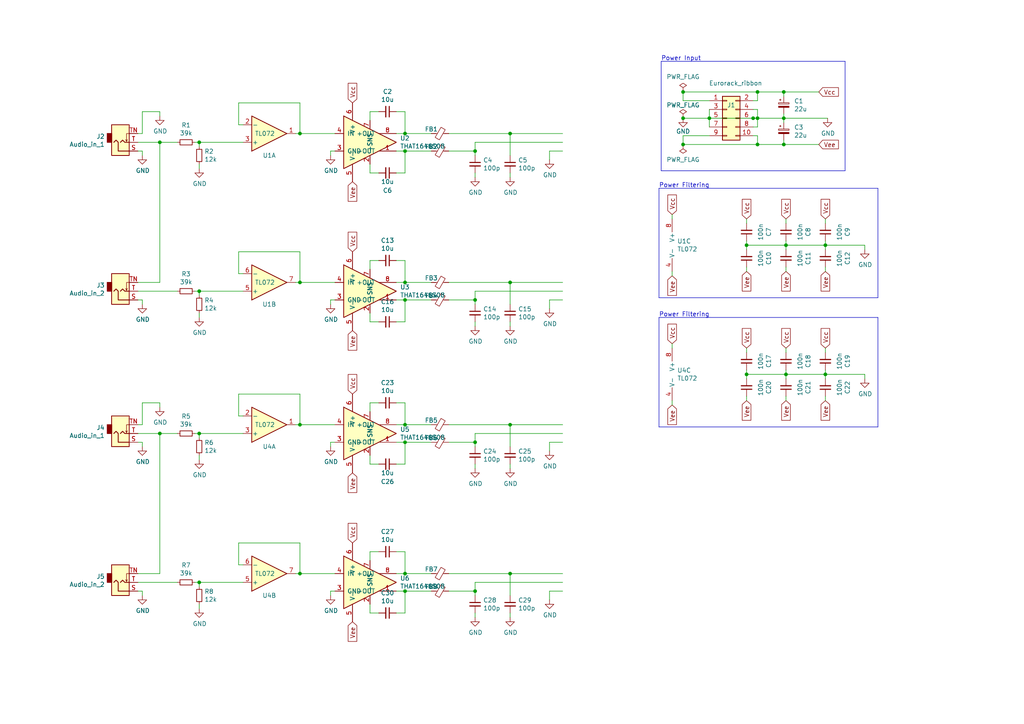
<source format=kicad_sch>
(kicad_sch (version 20230121) (generator eeschema)
  (paper "A4")
  (title_block (title "Eurorack powered stereo balanced output") (date "2020-05-21") (rev "0.1.2"))
  (lib_symbols
    (symbol "Amplifier_Operational:TL072" (pin_names (offset 0.127))
      (property "Reference" "U" (at 0 5.08 0))
      (property "Value" "TL072" (at 0 -5.08 0))
      (symbol "TL072_1_1"
        (polyline (pts (xy -5.08 5.08) (xy 5.08 0) (xy -5.08 -5.08) (xy -5.08 5.08)) (stroke (width 0.254)) (fill (type background)))
        (pin output line (at 7.62 0 180) (length 2.54) (name "~") (number "1"))
        (pin input line (at -7.62 -2.54 0) (length 2.54) (name "-") (number "2"))
        (pin input line (at -7.62 2.54 0) (length 2.54) (name "+") (number "3"))
      )
      (symbol "TL072_2_1"
        (polyline (pts (xy -5.08 5.08) (xy 5.08 0) (xy -5.08 -5.08) (xy -5.08 5.08)) (stroke (width 0.254)) (fill (type background)))
        (pin input line (at -7.62 2.54 0) (length 2.54) (name "+") (number "5"))
        (pin input line (at -7.62 -2.54 0) (length 2.54) (name "-") (number "6"))
        (pin output line (at 7.62 0 180) (length 2.54) (name "~") (number "7"))
      )
      (symbol "TL072_3_1"
        (pin power_in line (at -2.54 -7.62 90) (length 3.81) (name "V-") (number "4"))
        (pin power_in line (at -2.54 7.62 270) (length 3.81) (name "V+") (number "8"))
      )
    )
    (symbol "Connector_Generic:Conn_02x05_Odd_Even" (pin_names (offset 1.016) hide)
      (property "Reference" "J" (at 1.27 7.62 0))
      (property "Value" "Conn_02x05_Odd_Even" (at 1.27 -7.62 0))
      (symbol "Conn_02x05_Odd_Even_1_1"
        (rectangle (start -1.27 -4.953) (end 0 -5.207) (stroke (width 0.1524)))
        (rectangle (start -1.27 -2.413) (end 0 -2.667) (stroke (width 0.1524)))
        (rectangle (start -1.27 0.127) (end 0 -0.127) (stroke (width 0.1524)))
        (rectangle (start -1.27 2.667) (end 0 2.413) (stroke (width 0.1524)))
        (rectangle (start -1.27 5.207) (end 0 4.953) (stroke (width 0.1524)))
        (rectangle (start -1.27 6.35) (end 3.81 -6.35) (stroke (width 0.254)) (fill (type background)))
        (rectangle (start 3.81 -4.953) (end 2.54 -5.207) (stroke (width 0.1524)))
        (rectangle (start 3.81 -2.413) (end 2.54 -2.667) (stroke (width 0.1524)))
        (rectangle (start 3.81 0.127) (end 2.54 -0.127) (stroke (width 0.1524)))
        (rectangle (start 3.81 2.667) (end 2.54 2.413) (stroke (width 0.1524)))
        (rectangle (start 3.81 5.207) (end 2.54 4.953) (stroke (width 0.1524)))
        (pin passive line (at -5.08 5.08 0) (length 3.81) (name "Pin_1") (number "1"))
        (pin passive line (at 7.62 -5.08 180) (length 3.81) (name "Pin_10") (number "10"))
        (pin passive line (at 7.62 5.08 180) (length 3.81) (name "Pin_2") (number "2"))
        (pin passive line (at -5.08 2.54 0) (length 3.81) (name "Pin_3") (number "3"))
        (pin passive line (at 7.62 2.54 180) (length 3.81) (name "Pin_4") (number "4"))
        (pin passive line (at -5.08 0 0) (length 3.81) (name "Pin_5") (number "5"))
        (pin passive line (at 7.62 0 180) (length 3.81) (name "Pin_6") (number "6"))
        (pin passive line (at -5.08 -2.54 0) (length 3.81) (name "Pin_7") (number "7"))
        (pin passive line (at 7.62 -2.54 180) (length 3.81) (name "Pin_8") (number "8"))
        (pin passive line (at -5.08 -5.08 0) (length 3.81) (name "Pin_9") (number "9"))
      )
    )
    (symbol "Device:C_Small" (pin_numbers hide) (pin_names (offset 0.254) hide)
      (property "Reference" "C" (at 0.254 1.778 0))
      (property "Value" "C_Small" (at 0.254 -2.032 0))
      (symbol "C_Small_0_1"
        (polyline (pts (xy -1.524 -0.508) (xy 1.524 -0.508)) (stroke (width 0.3302)))
        (polyline (pts (xy -1.524 0.508) (xy 1.524 0.508)) (stroke (width 0.3048)))
      )
      (symbol "C_Small_1_1"
        (pin passive line (at 0 2.54 270) (length 2.032) (name "~") (number "1"))
        (pin passive line (at 0 -2.54 90) (length 2.032) (name "~") (number "2"))
      )
    )
    (symbol "Device:R_Small" (pin_numbers hide) (pin_names (offset 0.254) hide)
      (property "Reference" "R" (at 0.762 0.508 0))
      (property "Value" "R_Small" (at 0.762 -1.016 0))
      (symbol "R_Small_0_1"
        (rectangle (start -0.762 1.778) (end 0.762 -1.778) (stroke (width 0.2032)))
      )
      (symbol "R_Small_1_1"
        (pin passive line (at 0 2.54 270) (length 0.762) (name "~") (number "1"))
        (pin passive line (at 0 -2.54 90) (length 0.762) (name "~") (number "2"))
      )
    )
    (symbol "eurorack_balanced_out-rescue:AudioJack2_SwitchT-Connector"
      (property "Reference" "J" (at 0 8.89 0))
      (property "Value" "Connector_AudioJack2_SwitchT" (at 0 6.35 0))
      (symbol "AudioJack2_SwitchT-Connector_0_1"
        (rectangle (start -2.54 0) (end -3.81 -2.54) (stroke (width 0.254)) (fill (type outline)))
        (polyline (pts (xy 1.778 -0.254) (xy 2.032 -0.762)))
        (polyline (pts (xy 0 0) (xy 0.635 -0.635) (xy 1.27 0) (xy 2.54 0)) (stroke (width 0.254)))
        (polyline (pts (xy 2.54 -2.54) (xy 1.778 -2.54) (xy 1.778 -0.254) (xy 1.524 -0.762)))
        (polyline (pts (xy 2.54 2.54) (xy -0.635 2.54) (xy -0.635 0) (xy -1.27 -0.635) (xy -1.905 0)) (stroke (width 0.254)))
        (rectangle (start 2.54 3.81) (end -2.54 -5.08) (stroke (width 0.254)) (fill (type background)))
      )
      (symbol "AudioJack2_SwitchT-Connector_1_1"
        (pin passive line (at 5.08 2.54 180) (length 2.54) (name "~") (number "S"))
        (pin passive line (at 5.08 0 180) (length 2.54) (name "~") (number "T"))
        (pin passive line (at 5.08 -2.54 180) (length 2.54) (name "~") (number "TN"))
      )
    )
    (symbol "eurorack_balanced_out-rescue:CP_Small-Device" (pin_numbers hide) (pin_names (offset 0.254) hide)
      (property "Reference" "C" (at 0.254 1.778 0))
      (property "Value" "Device_CP_Small" (at 0.254 -2.032 0))
      (symbol "CP_Small-Device_0_1"
        (rectangle (start -1.524 -0.3048) (end 1.524 -0.6858) (fill (type outline)))
        (rectangle (start -1.524 0.6858) (end 1.524 0.3048))
        (polyline (pts (xy -1.27 1.524) (xy -0.762 1.524)))
        (polyline (pts (xy -1.016 1.27) (xy -1.016 1.778)))
      )
      (symbol "CP_Small-Device_1_1"
        (pin passive line (at 0 2.54 270) (length 1.8542) (name "~") (number "1"))
        (pin passive line (at 0 -2.54 90) (length 1.8542) (name "~") (number "2"))
      )
    )
    (symbol "eurorack_balanced_out-rescue:Ferrite_Bead_Small-Device" (pin_numbers hide) (pin_names (offset 0))
      (property "Reference" "FB" (at 1.905 1.27 0))
      (property "Value" "Device_Ferrite_Bead_Small" (at 1.905 -1.27 0))
      (symbol "Ferrite_Bead_Small-Device_0_1"
        (polyline (pts (xy 0 -1.27) (xy 0 -0.7874)))
        (polyline (pts (xy 0 0.889) (xy 0 1.2954)))
        (polyline (pts (xy -1.8288 0.2794) (xy -1.1176 1.4986) (xy 1.8288 -0.2032) (xy 1.1176 -1.4224) (xy -1.8288 0.2794)))
      )
      (symbol "Ferrite_Bead_Small-Device_1_1"
        (pin passive line (at 0 2.54 270) (length 1.27) (name "~") (number "1"))
        (pin passive line (at 0 -2.54 90) (length 1.27) (name "~") (number "2"))
      )
    )
    (symbol "eurorack_balanced_out-rescue:THAT1646S08-patchnut" (pin_names (offset 1.016))
      (property "Reference" "U" (at 3.81 -7.62 0))
      (property "Value" "patchnut_THAT1646S08" (at 8.89 -5.08 0))
      (symbol "THAT1646S08-patchnut_1_1"
        (polyline (pts (xy -7.62 7.62) (xy -7.62 -7.62) (xy 7.62 0) (xy -7.62 7.62)) (stroke (width 0.254)) (fill (type background)))
        (pin output line (at 7.62 -2.54 180) (length 5.08) (name "-OUT") (number "1"))
        (pin passive line (at 0 -6.35 90) (length 2.54) (name "-SNS") (number "2"))
        (pin input line (at -10.16 -2.54 0) (length 2.54) (name "GND") (number "3"))
        (pin input line (at -10.16 2.54 0) (length 2.54) (name "IN") (number "4"))
        (pin power_in line (at -5.08 -11.43 90) (length 5.08) (name "V-") (number "5"))
        (pin power_in line (at -5.08 11.43 270) (length 5.08) (name "V+") (number "6"))
        (pin passive line (at 0 6.35 270) (length 2.54) (name "+SNS") (number "7"))
        (pin output line (at 7.62 2.54 180) (length 5.08) (name "+OUT") (number "8"))
      )
    )
    (symbol "power:GND" (power) (pin_names (offset 0))
      (property "Value" "GND" (at 0 -3.81 0))
      (symbol "GND_0_1"
        (polyline (pts (xy 0 0) (xy 0 -1.27) (xy 1.27 -1.27) (xy 0 -2.54) (xy -1.27 -1.27) (xy 0 -1.27)))
      )
      (symbol "GND_1_1"
        (pin power_in line (at 0 0 270) (length 0) hide (name "GND") (number "1"))
      )
    )
    (symbol "power:PWR_FLAG" (power) (pin_numbers hide) (pin_names (offset 0) hide)
      (property "Value" "PWR_FLAG" (at 0 3.81 0))
      (symbol "PWR_FLAG_0_0"
        (pin power_out line (at 0 0 90) (length 0) (name "pwr") (number "1"))
      )
      (symbol "PWR_FLAG_0_1"
        (polyline (pts (xy 0 0) (xy 0 1.27) (xy -1.016 1.905) (xy 0 2.54) (xy 1.016 1.905) (xy 0 1.27)))
      )
    )
  )
  (junction (at 205.74 34.29))
  (junction (at 117.475 81.915))
  (junction (at 137.795 171.45))
  (junction (at 57.785 168.91))
  (junction (at 147.955 81.915))
  (junction (at 227.33 26.67))
  (junction (at 198.12 41.91))
  (junction (at 86.995 38.735))
  (junction (at 86.995 123.19))
  (junction (at 227.965 71.12))
  (junction (at 219.71 26.67))
  (junction (at 216.535 71.12))
  (junction (at 239.395 108.585))
  (junction (at 117.475 86.995))
  (junction (at 86.995 166.37))
  (junction (at 147.955 166.37))
  (junction (at 117.475 123.19))
  (junction (at 117.475 38.735))
  (junction (at 57.785 41.275))
  (junction (at 117.475 171.45))
  (junction (at 86.995 81.915))
  (junction (at 147.955 38.735))
  (junction (at 198.12 34.29))
  (junction (at 57.785 84.455))
  (junction (at 137.795 86.995))
  (junction (at 147.955 123.19))
  (junction (at 57.785 125.73))
  (junction (at 219.71 41.91))
  (junction (at 219.71 34.29))
  (junction (at 239.395 71.12))
  (junction (at 46.355 41.275))
  (junction (at 227.965 108.585))
  (junction (at 137.795 128.27))
  (junction (at 227.33 41.91))
  (junction (at 198.12 26.67))
  (junction (at 227.33 34.29))
  (junction (at 218.44 34.29))
  (junction (at 117.475 43.815))
  (junction (at 117.475 128.27))
  (junction (at 216.535 108.585))
  (junction (at 117.475 166.37))
  (junction (at 137.795 43.815))
  (junction (at 46.355 125.73))
  (wire (pts (xy 219.71 39.37) (xy 218.44 39.37)))
  (wire (pts (xy 147.955 129.54) (xy 147.955 123.19)))
  (polyline (pts (xy 254.635 86.36) (xy 191.135 86.36)))
  (wire (pts (xy 159.385 86.995) (xy 159.385 89.535)))
  (polyline (pts (xy 254.635 92.075) (xy 254.635 123.825)))
  (wire (pts (xy 86.995 114.3) (xy 69.215 114.3)))
  (wire (pts (xy 117.475 75.565) (xy 114.935 75.565)))
  (wire (pts (xy 117.475 123.19) (xy 125.095 123.19)))
  (wire (pts (xy 109.855 32.385) (xy 107.315 32.385)))
  (wire (pts (xy 41.275 123.19) (xy 41.275 116.84)))
  (wire (pts (xy 218.44 36.83) (xy 219.71 36.83)))
  (wire (pts (xy 117.475 43.815) (xy 125.095 43.815)))
  (wire (pts (xy 107.315 90.805) (xy 107.315 93.345)))
  (wire (pts (xy 114.935 43.815) (xy 117.475 43.815)))
  (wire (pts (xy 107.315 134.62) (xy 109.855 134.62)))
  (wire (pts (xy 216.535 63.5) (xy 216.535 64.77)))
  (wire (pts (xy 159.385 43.815) (xy 159.385 46.355)))
  (wire (pts (xy 85.725 123.19) (xy 86.995 123.19)))
  (wire (pts (xy 109.855 116.84) (xy 107.315 116.84)))
  (wire (pts (xy 137.795 51.435) (xy 137.795 50.165)))
  (wire (pts (xy 107.315 47.625) (xy 107.315 50.165)))
  (wire (pts (xy 95.885 171.45) (xy 95.885 172.72)))
  (wire (pts (xy 137.795 94.615) (xy 137.795 93.345)))
  (wire (pts (xy 227.965 100.965) (xy 227.965 102.235)))
  (wire (pts (xy 216.535 69.85) (xy 216.535 71.12)))
  (wire (pts (xy 107.315 132.08) (xy 107.315 134.62)))
  (wire (pts (xy 117.475 93.345) (xy 117.475 86.995)))
  (wire (pts (xy 86.995 38.735) (xy 97.155 38.735)))
  (wire (pts (xy 205.74 34.29) (xy 198.12 34.29)))
  (wire (pts (xy 85.725 81.915) (xy 86.995 81.915)))
  (wire (pts (xy 107.315 160.02) (xy 107.315 162.56)))
  (wire (pts (xy 117.475 166.37) (xy 125.095 166.37)))
  (wire (pts (xy 147.955 38.735) (xy 163.195 38.735)))
  (wire (pts (xy 107.315 177.8) (xy 109.855 177.8)))
  (polyline (pts (xy 191.135 54.61) (xy 254.635 54.61)))
  (polyline (pts (xy 191.77 49.53) (xy 191.77 17.78)))
  (wire (pts (xy 46.355 116.84) (xy 46.355 118.11)))
  (wire (pts (xy 239.395 108.585) (xy 239.395 109.855)))
  (wire (pts (xy 57.785 90.805) (xy 57.785 92.075)))
  (wire (pts (xy 85.725 166.37) (xy 86.995 166.37)))
  (wire (pts (xy 57.785 175.26) (xy 57.785 176.53)))
  (wire (pts (xy 117.475 166.37) (xy 117.475 160.02)))
  (wire (pts (xy 107.315 50.165) (xy 109.855 50.165)))
  (wire (pts (xy 114.935 93.345) (xy 117.475 93.345)))
  (wire (pts (xy 57.785 170.18) (xy 57.785 168.91)))
  (wire (pts (xy 227.33 40.64) (xy 227.33 41.91)))
  (wire (pts (xy 130.175 123.19) (xy 147.955 123.19)))
  (wire (pts (xy 69.215 29.845) (xy 69.215 36.195)))
  (wire (pts (xy 147.955 172.72) (xy 147.955 166.37)))
  (wire (pts (xy 86.995 157.48) (xy 86.995 166.37)))
  (wire (pts (xy 107.315 32.385) (xy 107.315 34.925)))
  (wire (pts (xy 114.935 166.37) (xy 117.475 166.37)))
  (wire (pts (xy 114.935 116.84) (xy 117.475 116.84)))
  (wire (pts (xy 46.355 32.385) (xy 46.355 33.655)))
  (wire (pts (xy 130.175 128.27) (xy 137.795 128.27)))
  (polyline (pts (xy 245.11 49.53) (xy 191.77 49.53)))
  (wire (pts (xy 130.175 171.45) (xy 137.795 171.45)))
  (wire (pts (xy 41.275 171.45) (xy 41.275 172.72)))
  (wire (pts (xy 114.935 32.385) (xy 117.475 32.385)))
  (wire (pts (xy 40.005 41.275) (xy 46.355 41.275)))
  (wire (pts (xy 117.475 81.915) (xy 117.475 75.565)))
  (wire (pts (xy 40.005 38.735) (xy 41.275 38.735)))
  (wire (pts (xy 216.535 107.315) (xy 216.535 108.585)))
  (wire (pts (xy 137.795 125.73) (xy 163.195 125.73)))
  (wire (pts (xy 219.71 31.75) (xy 219.71 34.29)))
  (wire (pts (xy 239.395 114.935) (xy 239.395 116.205)))
  (wire (pts (xy 114.935 86.995) (xy 117.475 86.995)))
  (wire (pts (xy 159.385 128.27) (xy 159.385 130.81)))
  (wire (pts (xy 227.965 108.585) (xy 239.395 108.585)))
  (wire (pts (xy 250.825 71.12) (xy 250.825 72.39)))
  (wire (pts (xy 194.945 99.695) (xy 194.945 100.965)))
  (wire (pts (xy 57.785 132.08) (xy 57.785 133.35)))
  (polyline (pts (xy 191.135 54.61) (xy 191.135 86.36)))
  (polyline (pts (xy 191.77 17.78) (xy 245.11 17.78)))
  (wire (pts (xy 70.485 79.375) (xy 69.215 79.375)))
  (wire (pts (xy 97.155 171.45) (xy 95.885 171.45)))
  (wire (pts (xy 56.515 125.73) (xy 57.785 125.73)))
  (wire (pts (xy 57.785 42.545) (xy 57.785 41.275)))
  (wire (pts (xy 40.005 171.45) (xy 41.275 171.45)))
  (wire (pts (xy 227.965 69.85) (xy 227.965 71.12)))
  (wire (pts (xy 216.535 71.12) (xy 227.965 71.12)))
  (wire (pts (xy 117.475 128.27) (xy 125.095 128.27)))
  (wire (pts (xy 198.12 41.91) (xy 219.71 41.91)))
  (wire (pts (xy 163.195 171.45) (xy 159.385 171.45)))
  (wire (pts (xy 219.71 26.67) (xy 219.71 29.21)))
  (wire (pts (xy 41.275 32.385) (xy 46.355 32.385)))
  (wire (pts (xy 109.855 75.565) (xy 107.315 75.565)))
  (wire (pts (xy 227.965 63.5) (xy 227.965 64.77)))
  (wire (pts (xy 159.385 171.45) (xy 159.385 173.99)))
  (wire (pts (xy 109.855 160.02) (xy 107.315 160.02)))
  (wire (pts (xy 46.355 81.915) (xy 40.005 81.915)))
  (polyline (pts (xy 254.635 123.825) (xy 191.135 123.825)))
  (wire (pts (xy 117.475 116.84) (xy 117.475 123.19)))
  (wire (pts (xy 198.12 39.37) (xy 198.12 41.91)))
  (wire (pts (xy 57.785 85.725) (xy 57.785 84.455)))
  (wire (pts (xy 117.475 171.45) (xy 125.095 171.45)))
  (wire (pts (xy 239.395 108.585) (xy 250.825 108.585)))
  (wire (pts (xy 130.175 86.995) (xy 137.795 86.995)))
  (wire (pts (xy 95.885 129.54) (xy 95.885 128.27)))
  (wire (pts (xy 239.395 107.315) (xy 239.395 108.585)))
  (wire (pts (xy 85.725 38.735) (xy 86.995 38.735)))
  (wire (pts (xy 69.215 36.195) (xy 70.485 36.195)))
  (wire (pts (xy 57.785 84.455) (xy 70.485 84.455)))
  (wire (pts (xy 219.71 36.83) (xy 219.71 34.29)))
  (wire (pts (xy 137.795 179.07) (xy 137.795 177.8)))
  (wire (pts (xy 95.885 43.815) (xy 97.155 43.815)))
  (wire (pts (xy 137.795 41.275) (xy 163.195 41.275)))
  (wire (pts (xy 86.995 123.19) (xy 97.155 123.19)))
  (wire (pts (xy 57.785 41.275) (xy 70.485 41.275)))
  (wire (pts (xy 57.785 168.91) (xy 70.485 168.91)))
  (wire (pts (xy 147.955 45.085) (xy 147.955 38.735)))
  (wire (pts (xy 216.535 77.47) (xy 216.535 78.74)))
  (wire (pts (xy 86.995 166.37) (xy 97.155 166.37)))
  (wire (pts (xy 218.44 31.75) (xy 219.71 31.75)))
  (wire (pts (xy 86.995 73.025) (xy 86.995 81.915)))
  (wire (pts (xy 40.005 125.73) (xy 46.355 125.73)))
  (wire (pts (xy 227.965 77.47) (xy 227.965 78.74)))
  (wire (pts (xy 237.49 26.67) (xy 227.33 26.67)))
  (wire (pts (xy 237.49 41.91) (xy 227.33 41.91)))
  (wire (pts (xy 239.395 100.965) (xy 239.395 102.235)))
  (wire (pts (xy 117.475 32.385) (xy 117.475 38.735)))
  (wire (pts (xy 147.955 81.915) (xy 163.195 81.915)))
  (wire (pts (xy 137.795 86.995) (xy 137.795 84.455)))
  (wire (pts (xy 227.33 27.94) (xy 227.33 26.67)))
  (wire (pts (xy 40.005 123.19) (xy 41.275 123.19)))
  (wire (pts (xy 41.275 43.815) (xy 41.275 45.085)))
  (wire (pts (xy 117.475 38.735) (xy 125.095 38.735)))
  (wire (pts (xy 114.935 134.62) (xy 117.475 134.62)))
  (wire (pts (xy 107.315 175.26) (xy 107.315 177.8)))
  (wire (pts (xy 114.935 50.165) (xy 117.475 50.165)))
  (wire (pts (xy 198.12 29.21) (xy 198.12 26.67)))
  (wire (pts (xy 227.965 108.585) (xy 227.965 109.855)))
  (wire (pts (xy 114.935 128.27) (xy 117.475 128.27)))
  (polyline (pts (xy 254.635 54.61) (xy 254.635 86.36)))
  (wire (pts (xy 205.74 36.83) (xy 205.74 34.29)))
  (wire (pts (xy 205.74 34.29) (xy 205.74 31.75)))
  (wire (pts (xy 205.74 29.21) (xy 198.12 29.21)))
  (wire (pts (xy 227.965 114.935) (xy 227.965 116.205)))
  (wire (pts (xy 137.795 84.455) (xy 163.195 84.455)))
  (wire (pts (xy 227.965 71.12) (xy 227.965 72.39)))
  (wire (pts (xy 40.005 43.815) (xy 41.275 43.815)))
  (wire (pts (xy 69.215 114.3) (xy 69.215 120.65)))
  (wire (pts (xy 41.275 38.735) (xy 41.275 32.385)))
  (wire (pts (xy 205.74 39.37) (xy 198.12 39.37)))
  (wire (pts (xy 56.515 41.275) (xy 57.785 41.275)))
  (wire (pts (xy 216.535 108.585) (xy 227.965 108.585)))
  (wire (pts (xy 40.005 84.455) (xy 51.435 84.455)))
  (wire (pts (xy 69.215 73.025) (xy 86.995 73.025)))
  (wire (pts (xy 137.795 168.91) (xy 163.195 168.91)))
  (wire (pts (xy 130.175 38.735) (xy 147.955 38.735)))
  (wire (pts (xy 107.315 93.345) (xy 109.855 93.345)))
  (wire (pts (xy 216.535 114.935) (xy 216.535 116.205)))
  (wire (pts (xy 250.825 108.585) (xy 250.825 109.855)))
  (wire (pts (xy 70.485 163.83) (xy 69.215 163.83)))
  (wire (pts (xy 227.965 71.12) (xy 239.395 71.12)))
  (polyline (pts (xy 191.135 92.075) (xy 191.135 123.825)))
  (wire (pts (xy 117.475 86.995) (xy 125.095 86.995)))
  (wire (pts (xy 137.795 171.45) (xy 137.795 168.91)))
  (wire (pts (xy 219.71 34.29) (xy 227.33 34.29)))
  (wire (pts (xy 57.785 47.625) (xy 57.785 48.895)))
  (wire (pts (xy 137.795 41.275) (xy 137.795 43.815)))
  (wire (pts (xy 198.12 26.67) (xy 219.71 26.67)))
  (wire (pts (xy 194.945 116.205) (xy 194.945 117.475)))
  (wire (pts (xy 114.935 171.45) (xy 117.475 171.45)))
  (wire (pts (xy 69.215 79.375) (xy 69.215 73.025)))
  (wire (pts (xy 194.945 78.74) (xy 194.945 80.01)))
  (wire (pts (xy 147.955 94.615) (xy 147.955 93.345)))
  (wire (pts (xy 95.885 45.085) (xy 95.885 43.815)))
  (wire (pts (xy 163.195 86.995) (xy 159.385 86.995)))
  (wire (pts (xy 40.005 168.91) (xy 51.435 168.91)))
  (wire (pts (xy 57.785 125.73) (xy 70.485 125.73)))
  (wire (pts (xy 46.355 125.73) (xy 46.355 166.37)))
  (wire (pts (xy 239.395 71.12) (xy 250.825 71.12)))
  (wire (pts (xy 114.935 177.8) (xy 117.475 177.8)))
  (wire (pts (xy 41.275 116.84) (xy 46.355 116.84)))
  (wire (pts (xy 147.955 179.07) (xy 147.955 177.8)))
  (wire (pts (xy 194.945 62.23) (xy 194.945 63.5)))
  (wire (pts (xy 137.795 135.89) (xy 137.795 134.62)))
  (wire (pts (xy 137.795 88.265) (xy 137.795 86.995)))
  (wire (pts (xy 86.995 38.735) (xy 86.995 29.845)))
  (wire (pts (xy 130.175 166.37) (xy 147.955 166.37)))
  (wire (pts (xy 147.955 166.37) (xy 163.195 166.37)))
  (wire (pts (xy 69.215 120.65) (xy 70.485 120.65)))
  (wire (pts (xy 239.395 71.12) (xy 239.395 72.39)))
  (wire (pts (xy 46.355 125.73) (xy 51.435 125.73)))
  (wire (pts (xy 227.33 34.29) (xy 227.33 35.56)))
  (wire (pts (xy 219.71 29.21) (xy 218.44 29.21)))
  (wire (pts (xy 114.935 81.915) (xy 117.475 81.915)))
  (wire (pts (xy 86.995 81.915) (xy 97.155 81.915)))
  (wire (pts (xy 69.215 163.83) (xy 69.215 157.48)))
  (wire (pts (xy 95.885 128.27) (xy 97.155 128.27)))
  (wire (pts (xy 137.795 125.73) (xy 137.795 128.27)))
  (wire (pts (xy 40.005 86.995) (xy 41.275 86.995)))
  (wire (pts (xy 137.795 45.085) (xy 137.795 43.815)))
  (wire (pts (xy 239.395 63.5) (xy 239.395 64.77)))
  (wire (pts (xy 219.71 41.91) (xy 227.33 41.91)))
  (wire (pts (xy 147.955 51.435) (xy 147.955 50.165)))
  (wire (pts (xy 97.155 86.995) (xy 95.885 86.995)))
  (wire (pts (xy 107.315 75.565) (xy 107.315 78.105)))
  (wire (pts (xy 95.885 86.995) (xy 95.885 88.265)))
  (wire (pts (xy 147.955 135.89) (xy 147.955 134.62)))
  (wire (pts (xy 205.74 34.29) (xy 218.44 34.29)))
  (wire (pts (xy 227.33 33.02) (xy 227.33 34.29)))
  (wire (pts (xy 107.315 116.84) (xy 107.315 119.38)))
  (wire (pts (xy 56.515 168.91) (xy 57.785 168.91)))
  (polyline (pts (xy 191.135 92.075) (xy 254.635 92.075)))
  (wire (pts (xy 46.355 41.275) (xy 46.355 81.915)))
  (wire (pts (xy 117.475 177.8) (xy 117.475 171.45)))
  (wire (pts (xy 239.395 69.85) (xy 239.395 71.12)))
  (wire (pts (xy 137.795 129.54) (xy 137.795 128.27)))
  (wire (pts (xy 56.515 84.455) (xy 57.785 84.455)))
  (wire (pts (xy 147.955 123.19) (xy 163.195 123.19)))
  (wire (pts (xy 216.535 100.965) (xy 216.535 102.235)))
  (wire (pts (xy 46.355 166.37) (xy 40.005 166.37)))
  (wire (pts (xy 114.935 38.735) (xy 117.475 38.735)))
  (wire (pts (xy 117.475 50.165) (xy 117.475 43.815)))
  (wire (pts (xy 240.03 34.29) (xy 227.33 34.29)))
  (wire (pts (xy 86.995 29.845) (xy 69.215 29.845)))
  (wire (pts (xy 239.395 77.47) (xy 239.395 78.74)))
  (wire (pts (xy 69.215 157.48) (xy 86.995 157.48)))
  (wire (pts (xy 117.475 81.915) (xy 125.095 81.915)))
  (wire (pts (xy 114.935 123.19) (xy 117.475 123.19)))
  (wire (pts (xy 147.955 88.265) (xy 147.955 81.915)))
  (wire (pts (xy 117.475 134.62) (xy 117.475 128.27)))
  (wire (pts (xy 227.965 107.315) (xy 227.965 108.585)))
  (wire (pts (xy 130.175 81.915) (xy 147.955 81.915)))
  (wire (pts (xy 216.535 71.12) (xy 216.535 72.39)))
  (wire (pts (xy 117.475 160.02) (xy 114.935 160.02)))
  (wire (pts (xy 163.195 128.27) (xy 159.385 128.27)))
  (wire (pts (xy 41.275 86.995) (xy 41.275 88.265)))
  (wire (pts (xy 41.275 128.27) (xy 41.275 129.54)))
  (wire (pts (xy 219.71 26.67) (xy 227.33 26.67)))
  (polyline (pts (xy 245.11 17.78) (xy 245.11 49.53)))
  (wire (pts (xy 46.355 41.275) (xy 51.435 41.275)))
  (wire (pts (xy 137.795 172.72) (xy 137.795 171.45)))
  (wire (pts (xy 57.785 127) (xy 57.785 125.73)))
  (wire (pts (xy 216.535 108.585) (xy 216.535 109.855)))
  (wire (pts (xy 219.71 41.91) (xy 219.71 39.37)))
  (wire (pts (xy 218.44 34.29) (xy 219.71 34.29)))
  (wire (pts (xy 163.195 43.815) (xy 159.385 43.815)))
  (wire (pts (xy 40.005 128.27) (xy 41.275 128.27)))
  (wire (pts (xy 130.175 43.815) (xy 137.795 43.815)))
  (wire (pts (xy 86.995 123.19) (xy 86.995 114.3)))
  (text "Power Filtering" (at 191.135 54.61 0) (effects (font (size 1.27 1.27)) (justify left bottom)))
  (text "Power Filtering" (at 191.135 92.075 0) (effects (font (size 1.27 1.27)) (justify left bottom)))
  (text "Power Input" (at 191.77 17.78 0) (effects (font (size 1.27 1.27)) (justify left bottom)))
  (global_label "Vcc" (shape input) (at 102.235 73.025 90) (property "Intersheetrefs" "${INTERSHEET_REFS}" (effects hide)))
  (global_label "Vcc" (shape input) (at 102.235 29.845 90) (property "Intersheetrefs" "${INTERSHEET_REFS}" (effects hide)))
  (global_label "Vee" (shape input) (at 102.235 52.705 270) (property "Intersheetrefs" "${INTERSHEET_REFS}" (effects hide)))
  (global_label "Vcc" (shape input) (at 194.945 99.695 90) (property "Intersheetrefs" "${INTERSHEET_REFS}" (effects hide)))
  (global_label "Vcc" (shape input) (at 216.535 63.5 90) (property "Intersheetrefs" "${INTERSHEET_REFS}" (effects hide)))
  (global_label "Vee" (shape input) (at 216.535 116.205 270) (property "Intersheetrefs" "${INTERSHEET_REFS}" (effects hide)))
  (global_label "Vcc" (shape input) (at 216.535 100.965 90) (property "Intersheetrefs" "${INTERSHEET_REFS}" (effects hide)))
  (global_label "Vee" (shape input) (at 194.945 80.01 270) (property "Intersheetrefs" "${INTERSHEET_REFS}" (effects hide)))
  (global_label "Vcc" (shape input) (at 227.965 63.5 90) (property "Intersheetrefs" "${INTERSHEET_REFS}" (effects hide)))
  (global_label "Vcc" (shape input) (at 227.965 100.965 90) (property "Intersheetrefs" "${INTERSHEET_REFS}" (effects hide)))
  (global_label "Vee" (shape input) (at 102.235 180.34 270) (property "Intersheetrefs" "${INTERSHEET_REFS}" (effects hide)))
  (global_label "Vcc" (shape input) (at 102.235 157.48 90) (property "Intersheetrefs" "${INTERSHEET_REFS}" (effects hide)))
  (global_label "Vee" (shape input) (at 216.535 78.74 270) (property "Intersheetrefs" "${INTERSHEET_REFS}" (effects hide)))
  (global_label "Vcc" (shape input) (at 239.395 100.965 90) (property "Intersheetrefs" "${INTERSHEET_REFS}" (effects hide)))
  (global_label "Vcc" (shape input) (at 194.945 62.23 90) (property "Intersheetrefs" "${INTERSHEET_REFS}" (effects hide)))
  (global_label "Vcc" (shape input) (at 237.49 26.67 0) (property "Intersheetrefs" "${INTERSHEET_REFS}" (effects hide)))
  (global_label "Vee" (shape input) (at 102.235 95.885 270) (property "Intersheetrefs" "${INTERSHEET_REFS}" (effects hide)))
  (global_label "Vee" (shape input) (at 227.965 116.205 270) (property "Intersheetrefs" "${INTERSHEET_REFS}" (effects hide)))
  (global_label "Vee" (shape input) (at 102.235 137.16 270) (property "Intersheetrefs" "${INTERSHEET_REFS}" (effects hide)))
  (global_label "Vcc" (shape input) (at 102.235 114.3 90) (property "Intersheetrefs" "${INTERSHEET_REFS}" (effects hide)))
  (global_label "Vee" (shape input) (at 227.965 78.74 270) (property "Intersheetrefs" "${INTERSHEET_REFS}" (effects hide)))
  (global_label "Vee" (shape input) (at 237.49 41.91 0) (property "Intersheetrefs" "${INTERSHEET_REFS}" (effects hide)))
  (global_label "Vee" (shape input) (at 239.395 78.74 270) (property "Intersheetrefs" "${INTERSHEET_REFS}" (effects hide)))
  (global_label "Vcc" (shape input) (at 239.395 63.5 90) (property "Intersheetrefs" "${INTERSHEET_REFS}" (effects hide)))
  (global_label "Vee" (shape input) (at 239.395 116.205 270) (property "Intersheetrefs" "${INTERSHEET_REFS}" (effects hide)))
  (global_label "Vee" (shape input) (at 194.945 117.475 270) (property "Intersheetrefs" "${INTERSHEET_REFS}" (effects hide)))
  (symbol (lib_id "Connector_Generic:Conn_02x05_Odd_Even") (at 210.82 34.29 0) (unit 1)
    (property "Reference" "J1" (at 212.09 30.48 0))
    (property "Value" "Eurorack_ribbon" (at 213.36 24.13 0))
    (property "Footprint" "Connector_PinHeader_2.54mm:PinHeader_2x05_P2.54mm_Vertical" (effects hide))
    (property "Mouser" "200-TSS10501TD" (effects hide))
  )
  (symbol (lib_id "power:GND") (at 57.785 48.895 0) (unit 1)
    (property "Reference" "#PWR07" (effects hide))
    (property "Value" "GND" (at 57.912 53.2892 0))
  )
  (symbol (lib_id "power:GND") (at 240.03 34.29 0) (unit 1)
    (property "Reference" "#PWR03" (effects hide))
    (property "Value" "GND" (at 240.157 38.6842 0))
  )
  (symbol (lib_id "eurorack_balanced_out-rescue:CP_Small-Device") (at 227.33 30.48 0) (unit 1)
    (property "Reference" "C1" (at 230.3272 29.3116 0) (effects (justify left)))
    (property "Value" "22u" (at 230.3272 31.623 0) (effects (justify left)))
    (property "Footprint" "Capacitor_SMD:CP_Elec_6.3x5.4" (effects hide))
    (property "Mouser" "647-UWT1E220MCL1B" (effects hide))
  )
  (symbol (lib_id "eurorack_balanced_out-rescue:CP_Small-Device") (at 227.33 38.1 0) (unit 1)
    (property "Reference" "C3" (at 230.3272 36.9316 0) (effects (justify left)))
    (property "Value" "22u" (at 230.3272 39.243 0) (effects (justify left)))
    (property "Footprint" "Capacitor_SMD:CP_Elec_6.3x5.4" (effects hide))
    (property "Mouser" "647-UWT1E220MCL1B" (effects hide))
  )
  (symbol (lib_id "power:GND") (at 198.12 34.29 0) (unit 1)
    (property "Reference" "#PWR02" (effects hide))
    (property "Value" "GND" (at 198.12 38.1 0))
  )
  (symbol (lib_id "eurorack_balanced_out-rescue:Ferrite_Bead_Small-Device") (at 127.635 38.735 270) (unit 1)
    (property "Reference" "FB1" (at 125.095 37.465 90))
    (property "Value" "600R @ 100Mhz" (effects hide))
    (property "Footprint" "Resistor_SMD:R_0805_2012Metric_Pad1.20x1.40mm_HandSolder" (effects hide))
    (property "Mouser" "81-BLM21A601F" (effects hide))
  )
  (symbol (lib_id "Device:C_Small") (at 137.795 47.625 0) (unit 1)
    (property "Reference" "C4" (at 140.1318 46.4566 0) (effects (justify left)))
    (property "Value" "100p" (at 140.1318 48.768 0) (effects (justify left)))
    (property "Footprint" "Capacitor_SMD:C_0805_2012Metric_Pad1.18x1.45mm_HandSolder" (effects hide))
    (property "Mouser" "80-C0805C101JAGAUTO " (effects hide))
  )
  (symbol (lib_id "eurorack_balanced_out-rescue:Ferrite_Bead_Small-Device") (at 127.635 43.815 270) (unit 1)
    (property "Reference" "FB2" (at 125.095 42.545 90))
    (property "Value" "600R @ 100Mhz" (effects hide))
    (property "Footprint" "Resistor_SMD:R_0805_2012Metric_Pad1.20x1.40mm_HandSolder" (effects hide))
    (property "Mouser" "81-BLM21A601F" (effects hide))
  )
  (symbol (lib_id "Device:C_Small") (at 147.955 47.625 0) (unit 1)
    (property "Reference" "C5" (at 150.2918 46.4566 0) (effects (justify left)))
    (property "Value" "100p" (at 150.2918 48.768 0) (effects (justify left)))
    (property "Footprint" "Capacitor_SMD:C_0805_2012Metric_Pad1.18x1.45mm_HandSolder" (effects hide))
    (property "Mouser" "80-C0805C101JAGAUTO " (effects hide))
  )
  (symbol (lib_id "power:GND") (at 147.955 94.615 0) (unit 1)
    (property "Reference" "#PWR016" (effects hide))
    (property "Value" "GND" (at 148.082 99.0092 0))
  )
  (symbol (lib_id "eurorack_balanced_out-rescue:Ferrite_Bead_Small-Device") (at 127.635 81.915 270) (unit 1)
    (property "Reference" "FB3" (at 125.095 80.645 90))
    (property "Value" "600R @ 100Mhz" (effects hide))
    (property "Footprint" "Resistor_SMD:R_0805_2012Metric_Pad1.20x1.40mm_HandSolder" (effects hide))
    (property "Mouser" "81-BLM21A601F" (effects hide))
  )
  (symbol (lib_id "Device:C_Small") (at 137.795 90.805 0) (unit 1)
    (property "Reference" "C14" (at 140.1318 89.6366 0) (effects (justify left)))
    (property "Value" "100p" (at 140.1318 91.948 0) (effects (justify left)))
    (property "Footprint" "Capacitor_SMD:C_0805_2012Metric_Pad1.18x1.45mm_HandSolder" (effects hide))
    (property "Mouser" "80-C0805C101JAGAUTO " (effects hide))
  )
  (symbol (lib_id "eurorack_balanced_out-rescue:Ferrite_Bead_Small-Device") (at 127.635 86.995 270) (unit 1)
    (property "Reference" "FB4" (at 125.095 85.725 90))
    (property "Value" "600R @ 100Mhz" (effects hide))
    (property "Footprint" "Resistor_SMD:R_0805_2012Metric_Pad1.20x1.40mm_HandSolder" (effects hide))
    (property "Mouser" "81-BLM21A601F" (effects hide))
  )
  (symbol (lib_id "Device:C_Small") (at 147.955 90.805 0) (unit 1)
    (property "Reference" "C15" (at 150.2918 89.6366 0) (effects (justify left)))
    (property "Value" "100p" (at 150.2918 91.948 0) (effects (justify left)))
    (property "Footprint" "Capacitor_SMD:C_0805_2012Metric_Pad1.18x1.45mm_HandSolder" (effects hide))
    (property "Mouser" "80-C0805C101JAGAUTO " (effects hide))
  )
  (symbol (lib_id "power:PWR_FLAG") (at 198.12 26.67 0) (unit 1)
    (property "Reference" "#FLG01" (effects hide))
    (property "Value" "PWR_FLAG" (at 198.12 22.2758 0))
  )
  (symbol (lib_id "power:PWR_FLAG") (at 198.12 34.29 0) (unit 1)
    (property "Reference" "#FLG02" (effects hide))
    (property "Value" "PWR_FLAG" (at 198.12 30.48 0))
  )
  (symbol (lib_id "power:PWR_FLAG") (at 198.12 41.91 180) (unit 1)
    (property "Reference" "#FLG03" (effects hide))
    (property "Value" "PWR_FLAG" (at 198.12 46.3042 0))
  )
  (symbol (lib_id "Device:R_Small") (at 53.975 41.275 270) (unit 1)
    (property "Reference" "R1" (at 53.975 36.2966 90))
    (property "Value" "39k" (at 53.975 38.608 90))
    (property "Footprint" "Resistor_SMD:R_0805_2012Metric_Pad1.20x1.40mm_HandSolder" (effects hide))
    (property "Mouser" "667-ERJ-6ENF3901V" (effects hide))
  )
  (symbol (lib_id "Device:R_Small") (at 57.785 45.085 180) (unit 1)
    (property "Reference" "R2" (at 59.2836 43.9166 0) (effects (justify right)))
    (property "Value" "12k" (at 59.2836 46.228 0) (effects (justify right)))
    (property "Footprint" "Resistor_SMD:R_0805_2012Metric_Pad1.20x1.40mm_HandSolder" (effects hide))
    (property "Mouser" "667-ERJ-S06F1201V" (effects hide))
  )
  (symbol (lib_id "power:GND") (at 57.785 92.075 0) (unit 1)
    (property "Reference" "#PWR014" (effects hide))
    (property "Value" "GND" (at 57.912 96.4692 0))
  )
  (symbol (lib_id "Device:R_Small") (at 57.785 88.265 180) (unit 1)
    (property "Reference" "R4" (at 59.2836 87.0966 0) (effects (justify right)))
    (property "Value" "12k" (at 59.2836 89.408 0) (effects (justify right)))
    (property "Footprint" "Resistor_SMD:R_0805_2012Metric_Pad1.20x1.40mm_HandSolder" (effects hide))
    (property "Mouser" "667-ERJ-S06F1201V" (effects hide))
  )
  (symbol (lib_id "Device:R_Small") (at 53.975 84.455 270) (unit 1)
    (property "Reference" "R3" (at 53.975 79.4766 90))
    (property "Value" "39k" (at 53.975 81.788 90))
    (property "Footprint" "Resistor_SMD:R_0805_2012Metric_Pad1.20x1.40mm_HandSolder" (effects hide))
    (property "Mouser" "667-ERJ-6ENF3901V" (effects hide))
  )
  (symbol (lib_id "Device:C_Small") (at 112.395 50.165 270) (unit 1)
    (property "Reference" "C6" (at 112.395 55.245 90))
    (property "Value" "10u" (at 112.395 52.705 90))
    (property "Footprint" "Capacitor_SMD:CP_Elec_6.3x5.4" (effects hide))
    (property "Mouser" "647-UWP1E100MCL" (effects hide))
  )
  (symbol (lib_id "Device:C_Small") (at 112.395 32.385 270) (unit 1)
    (property "Reference" "C2" (at 112.395 26.5684 90))
    (property "Value" "10u" (at 112.395 28.8798 90))
    (property "Footprint" "Capacitor_SMD:CP_Elec_6.3x5.4" (effects hide))
    (property "Mouser" "647-UWP1E100MCL" (effects hide))
  )
  (symbol (lib_id "Device:C_Small") (at 227.965 67.31 180) (unit 1)
    (property "Reference" "C8" (at 234.3658 67.31 90))
    (property "Value" "100n" (at 232.0544 67.31 90))
    (property "Footprint" "Capacitor_SMD:C_0805_2012Metric_Pad1.18x1.45mm_HandSolder" (effects hide))
    (property "Mouser" "80-C0805C104K5RACLR" (effects hide))
  )
  (symbol (lib_id "Device:C_Small") (at 227.965 74.93 180) (unit 1)
    (property "Reference" "C11" (at 234.3658 74.93 90))
    (property "Value" "100n" (at 232.0544 74.93 90))
    (property "Footprint" "Capacitor_SMD:C_0805_2012Metric_Pad1.18x1.45mm_HandSolder" (effects hide))
    (property "Mouser" "80-C0805C104K5RACLR" (effects hide))
  )
  (symbol (lib_id "Device:C_Small") (at 239.395 74.93 180) (unit 1)
    (property "Reference" "C12" (at 245.7958 74.93 90))
    (property "Value" "100n" (at 243.4844 74.93 90))
    (property "Footprint" "Capacitor_SMD:C_0805_2012Metric_Pad1.18x1.45mm_HandSolder" (effects hide))
    (property "Mouser" "80-C0805C104K5RACLR" (effects hide))
  )
  (symbol (lib_id "Device:C_Small") (at 239.395 67.31 180) (unit 1)
    (property "Reference" "C9" (at 245.7958 67.31 90))
    (property "Value" "100n" (at 243.4844 67.31 90))
    (property "Footprint" "Capacitor_SMD:C_0805_2012Metric_Pad1.18x1.45mm_HandSolder" (effects hide))
    (property "Mouser" "80-C0805C104K5RACLR" (effects hide))
  )
  (symbol (lib_id "Device:C_Small") (at 112.395 75.565 270) (unit 1)
    (property "Reference" "C13" (at 112.395 69.7484 90))
    (property "Value" "10u" (at 112.395 72.0598 90))
    (property "Footprint" "Capacitor_SMD:CP_Elec_6.3x5.4" (effects hide))
    (property "Mouser" "647-UWP1E100MCL" (effects hide))
  )
  (symbol (lib_id "Device:C_Small") (at 112.395 93.345 270) (unit 1)
    (property "Reference" "C16" (at 112.395 87.5284 90))
    (property "Value" "10u" (at 112.395 89.8398 90))
    (property "Footprint" "Capacitor_SMD:CP_Elec_6.3x5.4" (effects hide))
    (property "Mouser" "647-UWP1E100MCL" (effects hide))
  )
  (symbol (lib_id "power:GND") (at 250.825 72.39 0) (unit 1)
    (property "Reference" "#PWR010" (effects hide))
    (property "Value" "GND" (at 250.952 76.7842 0))
  )
  (symbol (lib_id "Amplifier_Operational:TL072") (at 78.105 38.735 0) (mirror x) (unit 1)
    (property "Reference" "U1" (at 78.105 45.085 0))
    (property "Value" "TL072" (at 76.835 38.735 0))
    (property "Footprint" "Package_SO:SO-8_5.3x6.2mm_P1.27mm" (effects hide))
    (property "Datasheet" "http://www.ti.com/lit/ds/symlink/tl071.pdf" (effects hide))
  )
  (symbol (lib_id "Amplifier_Operational:TL072") (at 78.105 81.915 0) (mirror x) (unit 2)
    (property "Reference" "U1" (at 78.105 88.265 0))
    (property "Value" "TL072" (at 76.835 81.915 0))
    (property "Footprint" "Package_SO:SO-8_5.3x6.2mm_P1.27mm" (effects hide))
    (property "Datasheet" "http://www.ti.com/lit/ds/symlink/tl071.pdf" (effects hide))
  )
  (symbol (lib_id "Amplifier_Operational:TL072") (at 197.485 71.12 0) (unit 3)
    (property "Reference" "U1" (at 196.4182 69.9516 0) (effects (justify left)))
    (property "Value" "TL072" (at 196.4182 72.263 0) (effects (justify left)))
    (property "Footprint" "Package_SO:SO-8_5.3x6.2mm_P1.27mm" (effects hide))
    (property "Datasheet" "http://www.ti.com/lit/ds/symlink/tl071.pdf" (effects hide))
  )
  (symbol (lib_id "eurorack_balanced_out-rescue:AudioJack2_SwitchT-Connector") (at 34.925 41.275 0) (mirror x) (unit 1)
    (property "Reference" "J2" (at 30.3784 39.5732 0) (effects (justify right)))
    (property "Value" "Audio_in_1" (at 30.3784 41.8846 0) (effects (justify right)))
    (property "Footprint" "Connector_Audio:Jack_3.5mm_QingPu_WQP-PJ398SM_Vertical_CircularHoles" (effects hide))
  )
  (symbol (lib_id "eurorack_balanced_out-rescue:AudioJack2_SwitchT-Connector") (at 34.925 84.455 0) (mirror x) (unit 1)
    (property "Reference" "J3" (at 30.3784 82.7532 0) (effects (justify right)))
    (property "Value" "Audio_in_2" (at 30.3784 85.0646 0) (effects (justify right)))
    (property "Footprint" "Connector_Audio:Jack_3.5mm_QingPu_WQP-PJ398SM_Vertical_CircularHoles" (effects hide))
  )
  (symbol (lib_id "power:GND") (at 41.275 88.265 0) (unit 1)
    (property "Reference" "#PWR011" (effects hide))
    (property "Value" "GND" (at 41.402 92.6592 0))
  )
  (symbol (lib_id "power:GND") (at 95.885 88.265 0) (unit 1)
    (property "Reference" "#PWR012" (effects hide))
    (property "Value" "GND" (at 96.012 92.6592 0))
  )
  (symbol (lib_id "power:GND") (at 46.355 33.655 0) (unit 1)
    (property "Reference" "#PWR01" (effects hide))
    (property "Value" "GND" (at 46.482 38.0492 0))
  )
  (symbol (lib_id "power:GND") (at 41.275 45.085 0) (unit 1)
    (property "Reference" "#PWR04" (effects hide))
    (property "Value" "GND" (at 41.402 49.4792 0))
  )
  (symbol (lib_id "eurorack_balanced_out-rescue:THAT1646S08-patchnut") (at 107.315 41.275 0) (unit 1)
    (property "Reference" "U2" (at 116.0526 40.1066 0) (effects (justify left)))
    (property "Value" "THAT1646S08" (at 116.0526 42.418 0) (effects (justify left)))
    (property "Footprint" "Package_SO:SOIC-8_3.9x4.9mm_P1.27mm" (effects hide))
    (property "Datasheet" "http://www.thatcorp.com/datashts/THAT_1606-1646_Datasheet.pdf" (effects hide))
  )
  (symbol (lib_id "eurorack_balanced_out-rescue:THAT1646S08-patchnut") (at 107.315 84.455 0) (unit 1)
    (property "Reference" "U3" (at 116.0526 83.2866 0) (effects (justify left)))
    (property "Value" "THAT1646S08" (at 116.0526 85.598 0) (effects (justify left)))
    (property "Footprint" "Package_SO:SOIC-8_3.9x4.9mm_P1.27mm" (effects hide))
    (property "Datasheet" "http://www.thatcorp.com/datashts/THAT_1606-1646_Datasheet.pdf" (effects hide))
  )
  (symbol (lib_id "power:GND") (at 95.885 45.085 0) (unit 1)
    (property "Reference" "#PWR05" (effects hide))
    (property "Value" "GND" (at 96.012 49.4792 0))
  )
  (symbol (lib_id "Device:C_Small") (at 216.535 67.31 180) (unit 1)
    (property "Reference" "C7" (at 222.9358 67.31 90))
    (property "Value" "100n" (at 220.6244 67.31 90))
    (property "Footprint" "Capacitor_SMD:C_0805_2012Metric_Pad1.18x1.45mm_HandSolder" (effects hide))
    (property "Mouser" "80-C0805C104K5RACLR" (effects hide))
  )
  (symbol (lib_id "Device:C_Small") (at 216.535 74.93 180) (unit 1)
    (property "Reference" "C10" (at 222.9358 74.93 90))
    (property "Value" "100n" (at 220.6244 74.93 90))
    (property "Footprint" "Capacitor_SMD:C_0805_2012Metric_Pad1.18x1.45mm_HandSolder" (effects hide))
    (property "Mouser" "80-C0805C104K5RACLR" (effects hide))
  )
  (symbol (lib_id "power:GND") (at 159.385 46.355 0) (unit 1)
    (property "Reference" "#PWR06" (effects hide))
    (property "Value" "GND" (at 159.512 50.7492 0))
  )
  (symbol (lib_id "power:GND") (at 159.385 89.535 0) (unit 1)
    (property "Reference" "#PWR013" (effects hide))
    (property "Value" "GND" (at 159.512 93.9292 0))
  )
  (symbol (lib_id "power:GND") (at 137.795 51.435 0) (unit 1)
    (property "Reference" "#PWR08" (effects hide))
    (property "Value" "GND" (at 137.922 55.8292 0))
  )
  (symbol (lib_id "power:GND") (at 147.955 51.435 0) (unit 1)
    (property "Reference" "#PWR09" (effects hide))
    (property "Value" "GND" (at 148.082 55.8292 0))
  )
  (symbol (lib_id "power:GND") (at 137.795 94.615 0) (unit 1)
    (property "Reference" "#PWR015" (effects hide))
    (property "Value" "GND" (at 137.922 99.0092 0))
  )
  (symbol (lib_id "eurorack_balanced_out-rescue:THAT1646S08-patchnut") (at 107.315 125.73 0) (unit 1)
    (property "Reference" "U5" (at 116.0526 124.5616 0) (effects (justify left)))
    (property "Value" "THAT1646S08" (at 116.0526 126.873 0) (effects (justify left)))
    (property "Footprint" "Package_SO:SOIC-8_3.9x4.9mm_P1.27mm" (effects hide))
    (property "Datasheet" "http://www.thatcorp.com/datashts/THAT_1606-1646_Datasheet.pdf" (effects hide))
  )
  (symbol (lib_id "Device:C_Small") (at 239.395 112.395 180) (unit 1)
    (property "Reference" "C22" (at 245.7958 112.395 90))
    (property "Value" "100n" (at 243.4844 112.395 90))
    (property "Footprint" "Capacitor_SMD:C_0805_2012Metric_Pad1.18x1.45mm_HandSolder" (effects hide))
    (property "Mouser" "80-C0805C104K5RACLR" (effects hide))
  )
  (symbol (lib_id "Device:C_Small") (at 216.535 112.395 180) (unit 1)
    (property "Reference" "C20" (at 222.9358 112.395 90))
    (property "Value" "100n" (at 220.6244 112.395 90))
    (property "Footprint" "Capacitor_SMD:C_0805_2012Metric_Pad1.18x1.45mm_HandSolder" (effects hide))
    (property "Mouser" "80-C0805C104K5RACLR" (effects hide))
  )
  (symbol (lib_id "eurorack_balanced_out-rescue:AudioJack2_SwitchT-Connector") (at 34.925 168.91 0) (mirror x) (unit 1)
    (property "Reference" "J5" (at 30.3784 167.2082 0) (effects (justify right)))
    (property "Value" "Audio_in_2" (at 30.3784 169.5196 0) (effects (justify right)))
    (property "Footprint" "Connector_Audio:Jack_3.5mm_QingPu_WQP-PJ398SM_Vertical_CircularHoles" (effects hide))
  )
  (symbol (lib_id "power:GND") (at 57.785 133.35 0) (unit 1)
    (property "Reference" "#PWR022" (effects hide))
    (property "Value" "GND" (at 57.912 137.7442 0))
  )
  (symbol (lib_id "Device:C_Small") (at 147.955 175.26 0) (unit 1)
    (property "Reference" "C29" (at 150.2918 174.0916 0) (effects (justify left)))
    (property "Value" "100p" (at 150.2918 176.403 0) (effects (justify left)))
    (property "Footprint" "Capacitor_SMD:C_0805_2012Metric_Pad1.18x1.45mm_HandSolder" (effects hide))
    (property "Mouser" "80-C0805C101JAGAUTO " (effects hide))
  )
  (symbol (lib_id "power:GND") (at 137.795 135.89 0) (unit 1)
    (property "Reference" "#PWR023" (effects hide))
    (property "Value" "GND" (at 137.922 140.2842 0))
  )
  (symbol (lib_id "Device:C_Small") (at 137.795 175.26 0) (unit 1)
    (property "Reference" "C28" (at 140.1318 174.0916 0) (effects (justify left)))
    (property "Value" "100p" (at 140.1318 176.403 0) (effects (justify left)))
    (property "Footprint" "Capacitor_SMD:C_0805_2012Metric_Pad1.18x1.45mm_HandSolder" (effects hide))
    (property "Mouser" "80-C0805C101JAGAUTO " (effects hide))
  )
  (symbol (lib_id "eurorack_balanced_out-rescue:THAT1646S08-patchnut") (at 107.315 168.91 0) (unit 1)
    (property "Reference" "U6" (at 116.0526 167.7416 0) (effects (justify left)))
    (property "Value" "THAT1646S08" (at 116.0526 170.053 0) (effects (justify left)))
    (property "Footprint" "Package_SO:SOIC-8_3.9x4.9mm_P1.27mm" (effects hide))
    (property "Datasheet" "http://www.thatcorp.com/datashts/THAT_1606-1646_Datasheet.pdf" (effects hide))
  )
  (symbol (lib_id "power:GND") (at 147.955 135.89 0) (unit 1)
    (property "Reference" "#PWR024" (effects hide))
    (property "Value" "GND" (at 148.082 140.2842 0))
  )
  (symbol (lib_id "power:GND") (at 95.885 172.72 0) (unit 1)
    (property "Reference" "#PWR026" (effects hide))
    (property "Value" "GND" (at 96.012 177.1142 0))
  )
  (symbol (lib_id "Device:C_Small") (at 112.395 116.84 270) (unit 1)
    (property "Reference" "C23" (at 112.395 111.0234 90))
    (property "Value" "10u" (at 112.395 113.3348 90))
    (property "Footprint" "Capacitor_SMD:CP_Elec_6.3x5.4" (effects hide))
    (property "Mouser" "647-UWP1E100MCL" (effects hide))
  )
  (symbol (lib_id "power:GND") (at 57.785 176.53 0) (unit 1)
    (property "Reference" "#PWR028" (effects hide))
    (property "Value" "GND" (at 57.912 180.9242 0))
  )
  (symbol (lib_id "Device:C_Small") (at 216.535 104.775 180) (unit 1)
    (property "Reference" "C17" (at 222.9358 104.775 90))
    (property "Value" "100n" (at 220.6244 104.775 90))
    (property "Footprint" "Capacitor_SMD:C_0805_2012Metric_Pad1.18x1.45mm_HandSolder" (effects hide))
    (property "Mouser" "80-C0805C104K5RACLR" (effects hide))
  )
  (symbol (lib_id "Device:C_Small") (at 112.395 134.62 270) (unit 1)
    (property "Reference" "C26" (at 112.395 139.7 90))
    (property "Value" "10u" (at 112.395 137.16 90))
    (property "Footprint" "Capacitor_SMD:CP_Elec_6.3x5.4" (effects hide))
    (property "Mouser" "647-UWP1E100MCL" (effects hide))
  )
  (symbol (lib_id "power:GND") (at 41.275 129.54 0) (unit 1)
    (property "Reference" "#PWR019" (effects hide))
    (property "Value" "GND" (at 41.402 133.9342 0))
  )
  (symbol (lib_id "power:GND") (at 137.795 179.07 0) (unit 1)
    (property "Reference" "#PWR029" (effects hide))
    (property "Value" "GND" (at 137.922 183.4642 0))
  )
  (symbol (lib_id "power:GND") (at 95.885 129.54 0) (unit 1)
    (property "Reference" "#PWR020" (effects hide))
    (property "Value" "GND" (at 96.012 133.9342 0))
  )
  (symbol (lib_id "Device:C_Small") (at 239.395 104.775 180) (unit 1)
    (property "Reference" "C19" (at 245.7958 104.775 90))
    (property "Value" "100n" (at 243.4844 104.775 90))
    (property "Footprint" "Capacitor_SMD:C_0805_2012Metric_Pad1.18x1.45mm_HandSolder" (effects hide))
    (property "Mouser" "80-C0805C104K5RACLR" (effects hide))
  )
  (symbol (lib_id "Device:R_Small") (at 53.975 125.73 270) (unit 1)
    (property "Reference" "R5" (at 53.975 120.7516 90))
    (property "Value" "39k" (at 53.975 123.063 90))
    (property "Footprint" "Resistor_SMD:R_0805_2012Metric_Pad1.20x1.40mm_HandSolder" (effects hide))
    (property "Mouser" "667-ERJ-6ENF3901V" (effects hide))
  )
  (symbol (lib_id "Device:R_Small") (at 53.975 168.91 270) (unit 1)
    (property "Reference" "R7" (at 53.975 163.9316 90))
    (property "Value" "39k" (at 53.975 166.243 90))
    (property "Footprint" "Resistor_SMD:R_0805_2012Metric_Pad1.20x1.40mm_HandSolder" (effects hide))
    (property "Mouser" "667-ERJ-6ENF3901V" (effects hide))
  )
  (symbol (lib_id "power:GND") (at 250.825 109.855 0) (unit 1)
    (property "Reference" "#PWR017" (effects hide))
    (property "Value" "GND" (at 250.952 114.2492 0))
  )
  (symbol (lib_id "Device:C_Small") (at 227.965 112.395 180) (unit 1)
    (property "Reference" "C21" (at 234.3658 112.395 90))
    (property "Value" "100n" (at 232.0544 112.395 90))
    (property "Footprint" "Capacitor_SMD:C_0805_2012Metric_Pad1.18x1.45mm_HandSolder" (effects hide))
    (property "Mouser" "80-C0805C104K5RACLR" (effects hide))
  )
  (symbol (lib_id "Device:C_Small") (at 137.795 132.08 0) (unit 1)
    (property "Reference" "C24" (at 140.1318 130.9116 0) (effects (justify left)))
    (property "Value" "100p" (at 140.1318 133.223 0) (effects (justify left)))
    (property "Footprint" "Capacitor_SMD:C_0805_2012Metric_Pad1.18x1.45mm_HandSolder" (effects hide))
    (property "Mouser" "80-C0805C101JAGAUTO " (effects hide))
  )
  (symbol (lib_id "eurorack_balanced_out-rescue:Ferrite_Bead_Small-Device") (at 127.635 166.37 270) (unit 1)
    (property "Reference" "FB7" (at 125.095 165.1 90))
    (property "Value" "600R @ 100Mhz" (effects hide))
    (property "Footprint" "Resistor_SMD:R_0805_2012Metric_Pad1.20x1.40mm_HandSolder" (effects hide))
    (property "Mouser" "81-BLM21A601F" (effects hide))
  )
  (symbol (lib_id "Device:R_Small") (at 57.785 172.72 180) (unit 1)
    (property "Reference" "R8" (at 59.2836 171.5516 0) (effects (justify right)))
    (property "Value" "12k" (at 59.2836 173.863 0) (effects (justify right)))
    (property "Footprint" "Resistor_SMD:R_0805_2012Metric_Pad1.20x1.40mm_HandSolder" (effects hide))
    (property "Mouser" "667-ERJ-S06F1201V" (effects hide))
  )
  (symbol (lib_id "eurorack_balanced_out-rescue:Ferrite_Bead_Small-Device") (at 127.635 171.45 270) (unit 1)
    (property "Reference" "FB8" (at 125.095 170.18 90))
    (property "Value" "600R @ 100Mhz" (effects hide))
    (property "Footprint" "Resistor_SMD:R_0805_2012Metric_Pad1.20x1.40mm_HandSolder" (effects hide))
    (property "Mouser" "81-BLM21A601F" (effects hide))
  )
  (symbol (lib_id "power:GND") (at 147.955 179.07 0) (unit 1)
    (property "Reference" "#PWR030" (effects hide))
    (property "Value" "GND" (at 148.082 183.4642 0))
  )
  (symbol (lib_id "power:GND") (at 159.385 173.99 0) (unit 1)
    (property "Reference" "#PWR027" (effects hide))
    (property "Value" "GND" (at 159.512 178.3842 0))
  )
  (symbol (lib_id "eurorack_balanced_out-rescue:Ferrite_Bead_Small-Device") (at 127.635 123.19 270) (unit 1)
    (property "Reference" "FB5" (at 125.095 121.92 90))
    (property "Value" "600R @ 100Mhz" (effects hide))
    (property "Footprint" "Resistor_SMD:R_0805_2012Metric_Pad1.20x1.40mm_HandSolder" (effects hide))
    (property "Mouser" "81-BLM21A601F" (effects hide))
  )
  (symbol (lib_id "Device:C_Small") (at 227.965 104.775 180) (unit 1)
    (property "Reference" "C18" (at 234.3658 104.775 90))
    (property "Value" "100n" (at 232.0544 104.775 90))
    (property "Footprint" "Capacitor_SMD:C_0805_2012Metric_Pad1.18x1.45mm_HandSolder" (effects hide))
    (property "Mouser" "80-C0805C104K5RACLR" (effects hide))
  )
  (symbol (lib_id "Amplifier_Operational:TL072") (at 197.485 108.585 0) (unit 3)
    (property "Reference" "U4" (at 196.4182 107.4166 0) (effects (justify left)))
    (property "Value" "TL072" (at 196.4182 109.728 0) (effects (justify left)))
    (property "Footprint" "Package_SO:SO-8_5.3x6.2mm_P1.27mm" (effects hide))
    (property "Datasheet" "http://www.ti.com/lit/ds/symlink/tl071.pdf" (effects hide))
  )
  (symbol (lib_id "Device:C_Small") (at 112.395 160.02 270) (unit 1)
    (property "Reference" "C27" (at 112.395 154.2034 90))
    (property "Value" "10u" (at 112.395 156.5148 90))
    (property "Footprint" "Capacitor_SMD:CP_Elec_6.3x5.4" (effects hide))
    (property "Mouser" "647-UWP1E100MCL" (effects hide))
  )
  (symbol (lib_id "Amplifier_Operational:TL072") (at 78.105 123.19 0) (mirror x) (unit 1)
    (property "Reference" "U4" (at 78.105 129.54 0))
    (property "Value" "TL072" (at 76.835 123.19 0))
    (property "Footprint" "Package_SO:SO-8_5.3x6.2mm_P1.27mm" (effects hide))
    (property "Datasheet" "http://www.ti.com/lit/ds/symlink/tl071.pdf" (effects hide))
  )
  (symbol (lib_id "power:GND") (at 41.275 172.72 0) (unit 1)
    (property "Reference" "#PWR025" (effects hide))
    (property "Value" "GND" (at 41.402 177.1142 0))
  )
  (symbol (lib_id "eurorack_balanced_out-rescue:AudioJack2_SwitchT-Connector") (at 34.925 125.73 0) (mirror x) (unit 1)
    (property "Reference" "J4" (at 30.3784 124.0282 0) (effects (justify right)))
    (property "Value" "Audio_in_1" (at 30.3784 126.3396 0) (effects (justify right)))
    (property "Footprint" "Connector_Audio:Jack_3.5mm_QingPu_WQP-PJ398SM_Vertical_CircularHoles" (effects hide))
  )
  (symbol (lib_id "eurorack_balanced_out-rescue:Ferrite_Bead_Small-Device") (at 127.635 128.27 270) (unit 1)
    (property "Reference" "FB6" (at 125.095 127 90))
    (property "Value" "600R @ 100Mhz" (effects hide))
    (property "Footprint" "Resistor_SMD:R_0805_2012Metric_Pad1.20x1.40mm_HandSolder" (effects hide))
    (property "Mouser" "81-BLM21A601F" (effects hide))
  )
  (symbol (lib_id "Device:C_Small") (at 147.955 132.08 0) (unit 1)
    (property "Reference" "C25" (at 150.2918 130.9116 0) (effects (justify left)))
    (property "Value" "100p" (at 150.2918 133.223 0) (effects (justify left)))
    (property "Footprint" "Capacitor_SMD:C_0805_2012Metric_Pad1.18x1.45mm_HandSolder" (effects hide))
    (property "Mouser" "80-C0805C101JAGAUTO " (effects hide))
  )
  (symbol (lib_id "power:GND") (at 46.355 118.11 0) (unit 1)
    (property "Reference" "#PWR018" (effects hide))
    (property "Value" "GND" (at 46.482 122.5042 0))
  )
  (symbol (lib_id "Device:C_Small") (at 112.395 177.8 270) (unit 1)
    (property "Reference" "C30" (at 112.395 171.9834 90))
    (property "Value" "10u" (at 112.395 174.2948 90))
    (property "Footprint" "Capacitor_SMD:CP_Elec_6.3x5.4" (effects hide))
    (property "Mouser" "647-UWP1E100MCL" (effects hide))
  )
  (symbol (lib_id "Device:R_Small") (at 57.785 129.54 180) (unit 1)
    (property "Reference" "R6" (at 59.2836 128.3716 0) (effects (justify right)))
    (property "Value" "12k" (at 59.2836 130.683 0) (effects (justify right)))
    (property "Footprint" "Resistor_SMD:R_0805_2012Metric_Pad1.20x1.40mm_HandSolder" (effects hide))
    (property "Mouser" "667-ERJ-S06F1201V" (effects hide))
  )
  (symbol (lib_id "Amplifier_Operational:TL072") (at 78.105 166.37 0) (mirror x) (unit 2)
    (property "Reference" "U4" (at 78.105 172.72 0))
    (property "Value" "TL072" (at 76.835 166.37 0))
    (property "Footprint" "Package_SO:SO-8_5.3x6.2mm_P1.27mm" (effects hide))
    (property "Datasheet" "http://www.ti.com/lit/ds/symlink/tl071.pdf" (effects hide))
  )
  (symbol (lib_id "power:GND") (at 159.385 130.81 0) (unit 1)
    (property "Reference" "#PWR021" (effects hide))
    (property "Value" "GND" (at 159.512 135.2042 0))
  )
)
</source>
